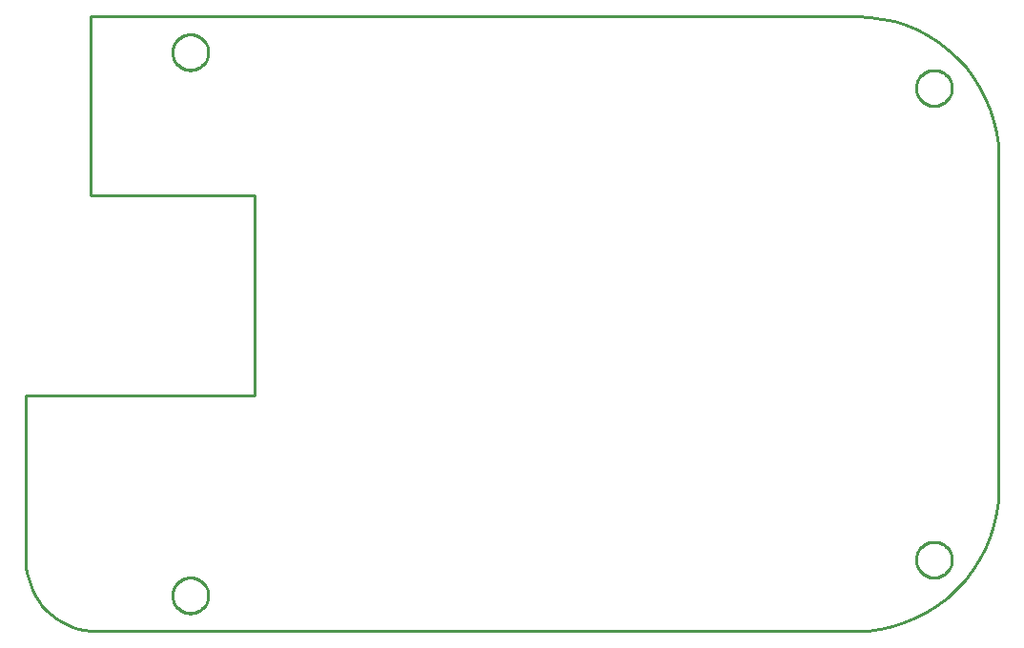
<source format=gbr>
G04 EAGLE Gerber RS-274X export*
G75*
%MOMM*%
%FSLAX34Y34*%
%LPD*%
%IN*%
%IPPOS*%
%AMOC8*
5,1,8,0,0,1.08239X$1,22.5*%
G01*
%ADD10C,0.254000*%


D10*
X0Y62862D02*
X239Y57383D01*
X955Y51946D01*
X2142Y46592D01*
X3791Y41362D01*
X5890Y36295D01*
X8422Y31431D01*
X11368Y26806D01*
X14707Y22455D01*
X18412Y18412D01*
X22455Y14707D01*
X26806Y11368D01*
X31431Y8422D01*
X36295Y5890D01*
X41362Y3791D01*
X46592Y2142D01*
X51946Y955D01*
X57383Y239D01*
X62862Y0D01*
X736600Y0D01*
X747669Y483D01*
X758653Y1929D01*
X769470Y4327D01*
X780037Y7659D01*
X790273Y11899D01*
X800100Y17015D01*
X809444Y22968D01*
X818234Y29712D01*
X826403Y37197D01*
X833888Y45366D01*
X840632Y54156D01*
X846585Y63500D01*
X851701Y73327D01*
X855941Y83563D01*
X859273Y94130D01*
X861671Y104947D01*
X863117Y115931D01*
X863600Y127000D01*
X863600Y421020D01*
X863124Y431921D01*
X861700Y442740D01*
X859338Y453393D01*
X856057Y463800D01*
X851881Y473881D01*
X846842Y483560D01*
X840979Y492763D01*
X834337Y501420D01*
X826965Y509465D01*
X818920Y516837D01*
X810263Y523479D01*
X801060Y529342D01*
X791381Y534381D01*
X781300Y538557D01*
X770893Y541838D01*
X760240Y544200D01*
X749421Y545624D01*
X738520Y546100D01*
X57150Y546100D01*
X57150Y387350D01*
X203200Y387350D01*
X203200Y209550D01*
X0Y209550D01*
X0Y62862D01*
X161925Y31230D02*
X161857Y30193D01*
X161721Y29163D01*
X161519Y28143D01*
X161250Y27139D01*
X160915Y26155D01*
X160518Y25195D01*
X160058Y24263D01*
X159538Y23362D01*
X158961Y22498D01*
X158328Y21674D01*
X157643Y20892D01*
X156908Y20157D01*
X156126Y19472D01*
X155302Y18839D01*
X154438Y18262D01*
X153537Y17742D01*
X152605Y17282D01*
X151645Y16885D01*
X150661Y16550D01*
X149657Y16281D01*
X148637Y16079D01*
X147607Y15943D01*
X146570Y15875D01*
X145530Y15875D01*
X144493Y15943D01*
X143463Y16079D01*
X142443Y16281D01*
X141439Y16550D01*
X140455Y16885D01*
X139495Y17282D01*
X138563Y17742D01*
X137662Y18262D01*
X136798Y18839D01*
X135974Y19472D01*
X135192Y20157D01*
X134457Y20892D01*
X133772Y21674D01*
X133139Y22498D01*
X132562Y23362D01*
X132042Y24263D01*
X131582Y25195D01*
X131185Y26155D01*
X130850Y27139D01*
X130581Y28143D01*
X130379Y29163D01*
X130243Y30193D01*
X130175Y31230D01*
X130175Y32270D01*
X130243Y33307D01*
X130379Y34337D01*
X130581Y35357D01*
X130850Y36361D01*
X131185Y37345D01*
X131582Y38305D01*
X132042Y39237D01*
X132562Y40138D01*
X133139Y41002D01*
X133772Y41826D01*
X134457Y42608D01*
X135192Y43343D01*
X135974Y44028D01*
X136798Y44661D01*
X137662Y45238D01*
X138563Y45758D01*
X139495Y46218D01*
X140455Y46615D01*
X141439Y46950D01*
X142443Y47219D01*
X143463Y47421D01*
X144493Y47557D01*
X145530Y47625D01*
X146570Y47625D01*
X147607Y47557D01*
X148637Y47421D01*
X149657Y47219D01*
X150661Y46950D01*
X151645Y46615D01*
X152605Y46218D01*
X153537Y45758D01*
X154438Y45238D01*
X155302Y44661D01*
X156126Y44028D01*
X156908Y43343D01*
X157643Y42608D01*
X158328Y41826D01*
X158961Y41002D01*
X159538Y40138D01*
X160058Y39237D01*
X160518Y38305D01*
X160915Y37345D01*
X161250Y36361D01*
X161519Y35357D01*
X161721Y34337D01*
X161857Y33307D01*
X161925Y32270D01*
X161925Y31230D01*
X822325Y62980D02*
X822257Y61943D01*
X822121Y60913D01*
X821919Y59893D01*
X821650Y58889D01*
X821315Y57905D01*
X820918Y56945D01*
X820458Y56013D01*
X819938Y55112D01*
X819361Y54248D01*
X818728Y53424D01*
X818043Y52642D01*
X817308Y51907D01*
X816526Y51222D01*
X815702Y50589D01*
X814838Y50012D01*
X813937Y49492D01*
X813005Y49032D01*
X812045Y48635D01*
X811061Y48300D01*
X810057Y48031D01*
X809037Y47829D01*
X808007Y47693D01*
X806970Y47625D01*
X805930Y47625D01*
X804893Y47693D01*
X803863Y47829D01*
X802843Y48031D01*
X801839Y48300D01*
X800855Y48635D01*
X799895Y49032D01*
X798963Y49492D01*
X798062Y50012D01*
X797198Y50589D01*
X796374Y51222D01*
X795592Y51907D01*
X794857Y52642D01*
X794172Y53424D01*
X793539Y54248D01*
X792962Y55112D01*
X792442Y56013D01*
X791982Y56945D01*
X791585Y57905D01*
X791250Y58889D01*
X790981Y59893D01*
X790779Y60913D01*
X790643Y61943D01*
X790575Y62980D01*
X790575Y64020D01*
X790643Y65057D01*
X790779Y66087D01*
X790981Y67107D01*
X791250Y68111D01*
X791585Y69095D01*
X791982Y70055D01*
X792442Y70987D01*
X792962Y71888D01*
X793539Y72752D01*
X794172Y73576D01*
X794857Y74358D01*
X795592Y75093D01*
X796374Y75778D01*
X797198Y76411D01*
X798062Y76988D01*
X798963Y77508D01*
X799895Y77968D01*
X800855Y78365D01*
X801839Y78700D01*
X802843Y78969D01*
X803863Y79171D01*
X804893Y79307D01*
X805930Y79375D01*
X806970Y79375D01*
X808007Y79307D01*
X809037Y79171D01*
X810057Y78969D01*
X811061Y78700D01*
X812045Y78365D01*
X813005Y77968D01*
X813937Y77508D01*
X814838Y76988D01*
X815702Y76411D01*
X816526Y75778D01*
X817308Y75093D01*
X818043Y74358D01*
X818728Y73576D01*
X819361Y72752D01*
X819938Y71888D01*
X820458Y70987D01*
X820918Y70055D01*
X821315Y69095D01*
X821650Y68111D01*
X821919Y67107D01*
X822121Y66087D01*
X822257Y65057D01*
X822325Y64020D01*
X822325Y62980D01*
X822325Y482080D02*
X822257Y481043D01*
X822121Y480013D01*
X821919Y478993D01*
X821650Y477989D01*
X821315Y477005D01*
X820918Y476045D01*
X820458Y475113D01*
X819938Y474212D01*
X819361Y473348D01*
X818728Y472524D01*
X818043Y471742D01*
X817308Y471007D01*
X816526Y470322D01*
X815702Y469689D01*
X814838Y469112D01*
X813937Y468592D01*
X813005Y468132D01*
X812045Y467735D01*
X811061Y467400D01*
X810057Y467131D01*
X809037Y466929D01*
X808007Y466793D01*
X806970Y466725D01*
X805930Y466725D01*
X804893Y466793D01*
X803863Y466929D01*
X802843Y467131D01*
X801839Y467400D01*
X800855Y467735D01*
X799895Y468132D01*
X798963Y468592D01*
X798062Y469112D01*
X797198Y469689D01*
X796374Y470322D01*
X795592Y471007D01*
X794857Y471742D01*
X794172Y472524D01*
X793539Y473348D01*
X792962Y474212D01*
X792442Y475113D01*
X791982Y476045D01*
X791585Y477005D01*
X791250Y477989D01*
X790981Y478993D01*
X790779Y480013D01*
X790643Y481043D01*
X790575Y482080D01*
X790575Y483120D01*
X790643Y484157D01*
X790779Y485187D01*
X790981Y486207D01*
X791250Y487211D01*
X791585Y488195D01*
X791982Y489155D01*
X792442Y490087D01*
X792962Y490988D01*
X793539Y491852D01*
X794172Y492676D01*
X794857Y493458D01*
X795592Y494193D01*
X796374Y494878D01*
X797198Y495511D01*
X798062Y496088D01*
X798963Y496608D01*
X799895Y497068D01*
X800855Y497465D01*
X801839Y497800D01*
X802843Y498069D01*
X803863Y498271D01*
X804893Y498407D01*
X805930Y498475D01*
X806970Y498475D01*
X808007Y498407D01*
X809037Y498271D01*
X810057Y498069D01*
X811061Y497800D01*
X812045Y497465D01*
X813005Y497068D01*
X813937Y496608D01*
X814838Y496088D01*
X815702Y495511D01*
X816526Y494878D01*
X817308Y494193D01*
X818043Y493458D01*
X818728Y492676D01*
X819361Y491852D01*
X819938Y490988D01*
X820458Y490087D01*
X820918Y489155D01*
X821315Y488195D01*
X821650Y487211D01*
X821919Y486207D01*
X822121Y485187D01*
X822257Y484157D01*
X822325Y483120D01*
X822325Y482080D01*
X161925Y513830D02*
X161857Y512793D01*
X161721Y511763D01*
X161519Y510743D01*
X161250Y509739D01*
X160915Y508755D01*
X160518Y507795D01*
X160058Y506863D01*
X159538Y505962D01*
X158961Y505098D01*
X158328Y504274D01*
X157643Y503492D01*
X156908Y502757D01*
X156126Y502072D01*
X155302Y501439D01*
X154438Y500862D01*
X153537Y500342D01*
X152605Y499882D01*
X151645Y499485D01*
X150661Y499150D01*
X149657Y498881D01*
X148637Y498679D01*
X147607Y498543D01*
X146570Y498475D01*
X145530Y498475D01*
X144493Y498543D01*
X143463Y498679D01*
X142443Y498881D01*
X141439Y499150D01*
X140455Y499485D01*
X139495Y499882D01*
X138563Y500342D01*
X137662Y500862D01*
X136798Y501439D01*
X135974Y502072D01*
X135192Y502757D01*
X134457Y503492D01*
X133772Y504274D01*
X133139Y505098D01*
X132562Y505962D01*
X132042Y506863D01*
X131582Y507795D01*
X131185Y508755D01*
X130850Y509739D01*
X130581Y510743D01*
X130379Y511763D01*
X130243Y512793D01*
X130175Y513830D01*
X130175Y514870D01*
X130243Y515907D01*
X130379Y516937D01*
X130581Y517957D01*
X130850Y518961D01*
X131185Y519945D01*
X131582Y520905D01*
X132042Y521837D01*
X132562Y522738D01*
X133139Y523602D01*
X133772Y524426D01*
X134457Y525208D01*
X135192Y525943D01*
X135974Y526628D01*
X136798Y527261D01*
X137662Y527838D01*
X138563Y528358D01*
X139495Y528818D01*
X140455Y529215D01*
X141439Y529550D01*
X142443Y529819D01*
X143463Y530021D01*
X144493Y530157D01*
X145530Y530225D01*
X146570Y530225D01*
X147607Y530157D01*
X148637Y530021D01*
X149657Y529819D01*
X150661Y529550D01*
X151645Y529215D01*
X152605Y528818D01*
X153537Y528358D01*
X154438Y527838D01*
X155302Y527261D01*
X156126Y526628D01*
X156908Y525943D01*
X157643Y525208D01*
X158328Y524426D01*
X158961Y523602D01*
X159538Y522738D01*
X160058Y521837D01*
X160518Y520905D01*
X160915Y519945D01*
X161250Y518961D01*
X161519Y517957D01*
X161721Y516937D01*
X161857Y515907D01*
X161925Y514870D01*
X161925Y513830D01*
M02*

</source>
